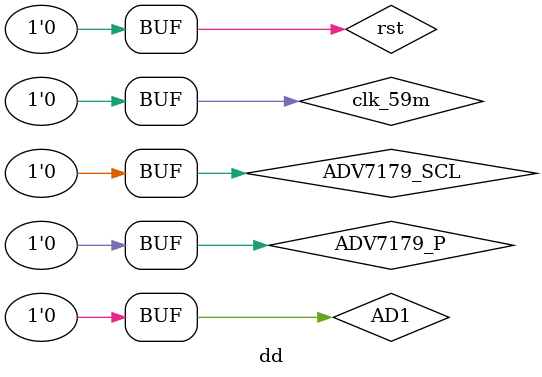
<source format=v>
`timescale 1ns / 1ps


module dd;

	// Inputs
	reg clk_59m;
	reg rst;
	reg ADV7179_SCL;
	reg ADV7179_P;
	reg AD1;

	// Outputs
	wire ADV7179_SDA;
	wire ADV7179_RST;
	wire ADV7179_CLK;
	wire ADV7179_TTX;
	wire ADV7179_TTXREQ;
	wire ADV7179_SCRESET;
	wire ADV7179_BLANK;
	wire ADV7179_VS;
	wire ADV7179_HS;
	wire [7:0] DA;

	// Instantiate the Unit Under Test (UUT)
	top uut (
		.clk_59m(clk_59m), 
		.rst(rst), 
		.ADV7179_SDA(ADV7179_SDA), 
		.ADV7179_SCL(ADV7179_SCL), 
		.ADV7179_RST(ADV7179_RST), 
		.ADV7179_P(ADV7179_P), 
		.ADV7179_CLK(ADV7179_CLK), 
		.ADV7179_TTX(ADV7179_TTX), 
		.ADV7179_TTXREQ(ADV7179_TTXREQ), 
		.ADV7179_SCRESET(ADV7179_SCRESET), 
		.ADV7179_BLANK(ADV7179_BLANK), 
		.ADV7179_VS(ADV7179_VS), 
		.ADV7179_HS(ADV7179_HS), 
		.AD1(AD1), 
		.DA(DA)
	);

	initial begin
		// Initialize Inputs
		clk_59m = 0;
		rst = 0;
		ADV7179_SCL = 0;
		ADV7179_P = 0;
		AD1 = 0;

		// Wait 100 ns for global reset to finish
		#100;
        
		// Add stimulus here

	end
      
endmodule


</source>
